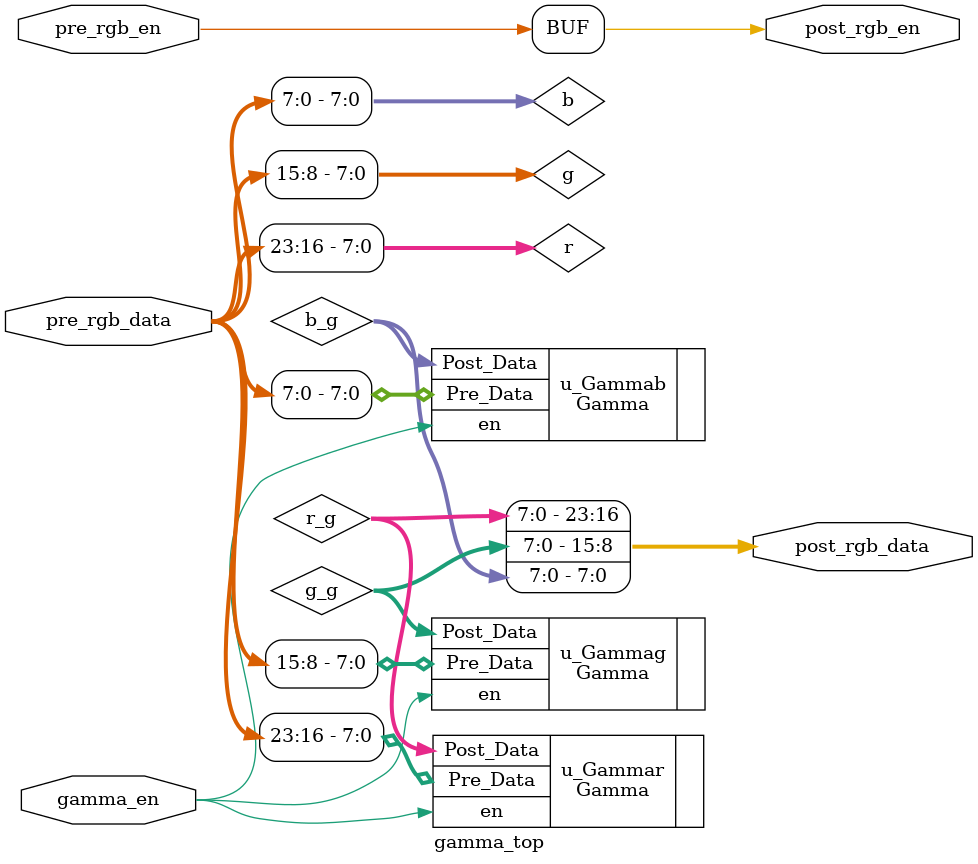
<source format=v>
module gamma_top(
    input  wire         gamma_en,
    input  wire [23:0]  pre_rgb_data,
    input  wire         pre_rgb_en,
    output wire [23:0]  post_rgb_data,
    output wire         post_rgb_en
);
    wire [7:0] r,r_g;
    wire [7:0] g,g_g;
    wire [7:0] b,b_g;

    assign r = pre_rgb_data[23:16];
    assign g = pre_rgb_data[15:8];
    assign b = pre_rgb_data[7:0];

    Gamma u_Gammar(
        .en         ( gamma_en ),
        .Pre_Data   ( r        ),
        .Post_Data  ( r_g      )
    );
    Gamma u_Gammag(
        .en         ( gamma_en ),
        .Pre_Data   ( g        ),
        .Post_Data  ( g_g      )
    );
    Gamma u_Gammab(
        .en         ( gamma_en ),
        .Pre_Data   ( b        ),
        .Post_Data  ( b_g      )
    );
    assign post_rgb_data = {r_g,g_g,b_g};
    assign post_rgb_en = pre_rgb_en;
endmodule //gamma_top


</source>
